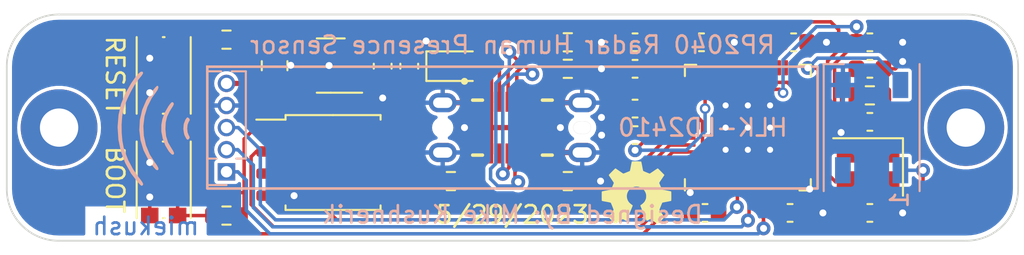
<source format=kicad_pcb>
(kicad_pcb (version 20221018) (generator pcbnew)
  (layers (0 "F.Cu" signal) (31 "B.Cu" signal) (34 "B.Paste" user) (35 "F.Paste" user) (36 "B.SilkS" user "B.Silkscreen") (37 "F.SilkS" user "F.Silkscreen") (38 "B.Mask" user) (39 "F.Mask" user) (44 "Edge.Cuts" user))
  (net 0 "")
  (net 1 "Net-(U3-XIN)")
  (net 2 "GND")
  (net 3 "Net-(C2-Pad1)")
  (net 4 "VBUS")
  (net 5 "+3V3")
  (net 6 "+1V1")
  (net 7 "PRS_OUT")
  (net 8 "UART_RX")
  (net 9 "UART_TX")
  (net 10 "QSPI_SS")
  (net 11 "Net-(R1-Pad2)")
  (net 12 "Net-(U3-XOUT)")
  (net 13 "Net-(J2-CC1)")
  (net 14 "Net-(U3-USB_DP)")
  (net 15 "USB_D+")
  (net 16 "Net-(U3-USB_DM)")
  (net 17 "Net-(U3-RUN)")
  (net 18 "/QSPI_SD1")
  (net 19 "/QSPI_SD2")
  (net 20 "/QSPI_SD0")
  (net 21 "QSPI_SCLK")
  (net 22 "/QSPI_SD3")
  (net 35 "RGB_DIN")
  (net 48 "USB_D-")
  (net 50 "Net-(J2-CC2)")
  (net 56 "Net-(D1-A)")
  (footprint "Resistor_SMD:R_0603_1608Metric" (layer "F.Cu") (at 83.6 94.9456 180)
    (fp_text reference "R2")
    (fp_text value "10K")
  )
  (footprint "Capacitor_SMD:C_0603_1608Metric" (layer "F.Cu") (at 120.4976 96.6216)
    (fp_text reference "C9")
    (fp_text value "100n")
  )
  (footprint "Capacitor_SMD:C_0603_1608Metric" (layer "F.Cu") (at 107.0316 100.4316 180)
    (fp_text reference "C6")
    (fp_text value "100n")
  )
  (footprint "MountingHole:MountingHole_2.2mm_M2_Pad" (layer "F.Cu") (at 74 100)
    (fp_text reference "H1")
    (fp_text value "MH")
  )
  (footprint "LOGO" (layer "F.Cu") (at 107.1118 103.7336)
    (fp_text reference "G***")
    (fp_text value "LOGO" hide)
  )
  (footprint "Capacitor_SMD:C_0603_1608Metric" (layer "F.Cu") (at 111.0448 104.902 180)
    (fp_text reference "C13")
    (fp_text value "100n")
  )
  (footprint "Fiducial:Fiducial_1mm_Mask2mm" (layer "F.Cu") (at 126 104.25)
    (fp_text reference "FID1")
    (fp_text value "FM")
  )
  (footprint "Button_Switch_SMD:SW_Push_1P1T_NO_CK_KMR2" (layer "F.Cu") (at 80 97 90)
    (fp_text reference "SW2")
    (fp_text value "RESET")
  )
  (footprint "Button_Switch_SMD:SW_Push_1P1T_NO_CK_KMR2" (layer "F.Cu") (at 80 103 90)
    (fp_text reference "SW1")
    (fp_text value "BOOT")
  )
  (footprint "Capacitor_SMD:C_0603_1608Metric" (layer "F.Cu") (at 115.9216 104.902)
    (fp_text reference "C15")
    (fp_text value "100n")
  )
  (footprint "Fiducial:Fiducial_1mm_Mask2mm" (layer "F.Cu") (at 74 95.75)
    (fp_text reference "FID2")
    (fp_text value "FM")
  )
  (footprint "Resistor_SMD:R_0603_1608Metric" (layer "F.Cu") (at 103.1748 95.0976)
    (fp_text reference "R4")
    (fp_text value "27")
  )
  (footprint "Resistor_SMD:R_0603_1608Metric" (layer "F.Cu") (at 83.6 105.0544 180)
    (fp_text reference "R1")
    (fp_text value "1k")
  )
  (footprint "Capacitor_SMD:C_0603_1608Metric" (layer "F.Cu") (at 120.4976 104.902)
    (fp_text reference "C1")
    (fp_text value "27p")
  )
  (footprint "Resistor_SMD:R_0603_1608Metric" (layer "F.Cu") (at 96.4692 103.0732 180)
    (fp_text reference "R6")
    (fp_text value "1K")
  )
  (footprint "Package_SO:SOIC-8_5.23x5.23mm_P1.27mm" (layer "F.Cu") (at 89.7128 102.0064)
    (fp_text reference "U1")
    (fp_text value "W25Q128JVS")
  )
  (footprint "Resistor_SMD:R_0603_1608Metric" (layer "F.Cu") (at 103.1748 103.0732 180)
    (fp_text reference "R7")
    (fp_text value "1K")
  )
  (footprint "Capacitor_SMD:C_0603_1608Metric" (layer "F.Cu") (at 110.8416 95.0976)
    (fp_text reference "C12")
    (fp_text value "100n")
  )
  (footprint "Resistor_SMD:R_0603_1608Metric" (layer "F.Cu") (at 120.4976 98.1456)
    (fp_text reference "R3")
    (fp_text value "1k")
  )
  (footprint "Resistor_SMD:R_0603_1608Metric" (layer "F.Cu") (at 103.1748 96.6216)
    (fp_text reference "R5")
    (fp_text value "27")
  )
  (footprint "Capacitor_SMD:C_0603_1608Metric" (layer "F.Cu") (at 92.5576 96.4692 -90)
    (fp_text reference "C4")
    (fp_text value "100n")
  )
  (footprint "Capacitor_SMD:C_0603_1608Metric" (layer "F.Cu") (at 107.0316 98.9076 180)
    (fp_text reference "C11")
    (fp_text value "100n")
  )
  (footprint "MountingHole:MountingHole_2.2mm_M2_Pad" (layer "F.Cu") (at 126 100)
    (fp_text reference "H2")
    (fp_text value "MH")
  )
  (footprint "Diode_SMD:D_SOD-323" (layer "F.Cu") (at 96.6724 96.4692)
    (fp_text reference "D1")
    (fp_text value "B5819")
  )
  (footprint "Capacitor_SMD:C_0603_1608Metric" (layer "F.Cu") (at 94.0816 96.4692 90)
    (fp_text reference "C3")
    (fp_text value "1u")
  )
  (footprint "Capacitor_SMD:C_0805_2012Metric" (layer "F.Cu") (at 86.36 96.4438 90)
    (fp_text reference "C8")
    (fp_text value "10u")
  )
  (footprint "Capacitor_SMD:C_0603_1608Metric" (layer "F.Cu") (at 107.0316 96.6216 180)
    (fp_text reference "C7")
    (fp_text value "1u")
  )
  (footprint "Crystal:Crystal_SMD_Abracon_ABM8G-4Pin_3.2x2.5mm" (layer "F.Cu") (at 120.396 102.2604 180)
    (fp_text reference "Y1")
    (fp_text value "12MHz")
  )
  (footprint "Capacitor_SMD:C_0603_1608Metric" (layer "F.Cu") (at 120.4976 99.6696 180)
    (fp_text reference "C2")
    (fp_text value "27p")
  )
  (footprint "rp2040-radar-presense-sensor:RP2040-QFN-56" (layer "F.Cu") (at 113.5 100 90)
    (fp_text reference "U3")
    (fp_text value "RP2040")
  )
  (footprint "Package_TO_SOT_SMD:SOT-23-5" (layer "F.Cu") (at 89.5803 96.4336 180)
    (fp_text reference "U2")
    (fp_text value "AP2112K-3.3")
  )
  (footprint "Capacitor_SMD:C_0603_1608Metric" (layer "F.Cu") (at 116.1248 95.0976)
    (fp_text reference "C14")
    (fp_text value "100n")
  )
  (footprint "rp2040-radar-presense-sensor:GCT_USB4145-03-0170-C_REVA2" (layer "F.Cu") (at 100 100)
    (fp_text reference "J2")
    (fp_text value "USB4145-03-0170-C_REVA2")
    (fp_line (start 3.85 -0.355) (end 4.15 -0.355) (stroke (width 0.01)) (layer "Edge.Cuts"))
    (fp_line (start 4.15 0.355) (end 3.85 0.355) (stroke (width 0.01)) (layer "Edge.Cuts"))
    (fp_arc (start 3.495 0) (mid 3.598977 -0.251023) (end 3.85 -0.355) (stroke (width 0.01)) (layer "Edge.Cuts"))
    (fp_arc (start 3.85 0.355) (mid 3.598977 0.251023) (end 3.495 0) (stroke (width 0.01)) (layer "Edge.Cuts"))
    (fp_arc (start 4.15 -0.355) (mid 4.401023 -0.251023) (end 4.505 0) (stroke (width 0.01)) (layer "Edge.Cuts"))
    (fp_arc (start 4.505 0) (mid 4.401023 0.251023) (end 4.15 0.355) (stroke (width 0.01)) (layer "Edge.Cuts"))
  )
  (footprint "Capacitor_SMD:C_0603_1608Metric" (layer "F.Cu") (at 120.4976 95.0976)
    (fp_text reference "C5")
    (fp_text value "100n")
  )
  (footprint "Capacitor_SMD:C_0603_1608Metric" (layer "F.Cu") (at 107.0316 95.0976 180)
    (fp_text reference "C10")
    (fp_text value "1u")
  )
  (footprint "LED_SMD:LED_WS2812B_PLCC4_5.0x5.0mm_P3.2mm" (layer "B.Cu") (at 120.6 100 90)
    (fp_text reference "D2")
    (fp_text value "WS2812B")
  )
  (footprint "Connector_PinHeader_1.27mm:PinHeader_1x05_P1.27mm_Vertical" (layer "B.Cu") (at 83.6 102.54)
    (fp_text reference "J1")
    (fp_text value "HLK-LD2410")
  )
  (footprint "LOGO" (layer "B.Cu") (at 79.5 100 180)
    (fp_text reference "G***")
    (fp_text value "LOGO" hide)
  )
  (gr_rect (start 82.5 96.5) (end 117.5 103.5) (stroke (width 0.15)) (fill none) (layer "B.SilkS"))
  (gr_arc (start 126 93.5) (mid 128.127255 94.372745) (end 129 96.5) (stroke (width 0.1)) (layer "Edge.Cuts"))
  (gr_line (start 74 93.5) (end 126 93.5) (stroke (width 0.1)) (layer "Edge.Cuts"))
  (gr_line (start 71 103.5) (end 71 96.5) (stroke (width 0.1)) (layer "Edge.Cuts"))
  (gr_arc (start 129 103.5) (mid 128.127255 105.627255) (end 126 106.5) (stroke (width 0.1)) (layer "Edge.Cuts"))
  (gr_arc (start 71 96.5) (mid 71.872745 94.372745) (end 74 93.5) (stroke (width 0.1)) (layer "Edge.Cuts"))
  (gr_arc (start 74 106.5) (mid 71.872745 105.627255) (end 71 103.5) (stroke (width 0.1)) (layer "Edge.Cuts"))
  (gr_line (start 126 106.5) (end 74 106.5) (stroke (width 0.1)) (layer "Edge.Cuts"))
  (gr_line (start 129 96.5) (end 129 103.5) (stroke (width 0.1)) (layer "Edge.Cuts"))
  (gr_text "miekush" (at 82.1182 106.2482) (layer "B.Cu") (effects (font (size 1 1)) (justify left bottom mirror)))
  (gr_text "HLK-LD2410" (at 115.8748 100) (layer "B.SilkS") (effects (font (size 1 1)) (justify left mirror)))
  (gr_text "RP2040 Radar Human Presence Sensor" (at 100 95.25) (layer "B.SilkS") (effects (font (size 1 1)) (justify mirror)))
  (gr_text "Designed By: Mike Kushnerik" (at 100 105) (layer "B.SilkS") (effects (font (size 1 1)) (justify mirror)))
  (gr_text "5/29/2023" (at 100 105) (layer "F.SilkS") (effects (font (size 1 1))))
  (segment (start 118.2052 102.7874) (end 118.5282 103.1104) (width 0.2) (layer "F.Cu") (net 1))
  (segment (start 118.5282 103.1104) (end 119.296 103.1104) (width 0.2) (layer "F.Cu") (net 1))
  (segment (start 116.9375 100.6) (end 117.7958 100.6) (width 0.2) (layer "F.Cu") (net 1))
  (segment (start 117.7958 100.6) (end 118.2052 101.0094) (width 0.2) (layer "F.Cu") (net 1))
  (segment (start 119.7226 103.537) (end 119.296 103.1104) (width 0.2) (layer "F.Cu") (net 1))
  (segment (start 119.7226 104.902) (end 119.7226 103.537) (width 0.2) (layer "F.Cu") (net 1))
  (segment (start 118.2052 101.0094) (end 118.2052 102.7874) (width 0.2) (layer "F.Cu") (net 1))
  (segment (start 105.11251 100.434692) (end 106.253508 100.434692) (width 0.2) (layer "F.Cu") (net 2))
  (segment (start 97.2312 100.0252) (end 97.25 100.0064) (width 0.2) (layer "F.Cu") (net 2))
  (segment (start 121.2726 96.6216) (end 121.956098 96.6216) (width 0.2) (layer "F.Cu") (net 2))
  (segment (start 86.1128 103.9114) (end 87.4776 103.9114) (width 0.2) (layer "F.Cu") (net 2))
  (segment (start 117.8052 101.175086) (end 117.630114 101) (width 0.2) (layer "F.Cu") (net 2))
  (segment (start 94.247 95.6942) (end 94.9191 95.0221) (width 0.3) (layer "F.Cu") (net 2))
  (segment (start 118.845922 100.960322) (end 119.296 101.4104) (width 0.2) (layer "F.Cu") (net 2))
  (segment (start 96 102.7174) (end 96 101.43) (width 0.2) (layer "F.Cu") (net 2))
  (segment (start 121.496 103.1104) (end 121.2726 103.3338) (width 0.2) (layer "F.Cu") (net 2))
  (segment (start 117.0432 103.5304) (end 117.8052 102.7684) (width 0.2) (layer "F.Cu") (net 2))
  (segment (start 102.7684 99.9744) (end 102.75 99.956) (width 0.2) (layer "F.Cu") (net 2))
  (segment (start 96 101.43) (end 97.195 101.43) (width 0.2) (layer "F.Cu") (net 2))
  (segment (start 121.2726 104.902) (end 122.3772 104.902) (width 0.2) (layer "F.Cu") (net 2))
  (segment (start 96 98.57) (end 97.195 98.57) (width 0.3) (layer "F.Cu") (net 2))
  (segment (start 106.253508 100.434692) (end 106.2566 100.4316) (width 0.2) (layer "F.Cu") (net 2))
  (segment (start 116.6966 104.902) (end 117.8052 104.902) (width 0.2) (layer "F.Cu") (net 2))
  (segment (start 110.1923 104.8245) (end 110.2698 104.902) (width 0.2) (layer "F.Cu") (net 2))
  (segment (start 104 98.57) (end 102.805 98.57) (width 0.3) (layer "F.Cu") (net 2))
  (segment (start 121.956098 96.6216) (end 122.3772 96.200498) (width 0.2) (layer "F.Cu") (net 2))
  (segment (start 102.75 98.515) (end 102.75 101.485) (width 0.3) (layer "F.Cu") (net 2))
  (segment (start 97.25 100.044) (end 97.2312 100.0252) (width 0.2) (layer "F.Cu") (net 2))
  (segment (start 105.7486 99.4156) (end 106.2566 98.9076) (width 0.2) (layer "F.Cu") (net 2))
  (segment (start 111.6166 95.0976) (end 112.7252 95.0976) (width 0.2) (layer "F.Cu") (net 2))
  (segment (start 94.9191 95.0221) (end 95.0468 95.0221) (width 0.3) (layer "F.Cu") (net 2))
  (segment (start 117.8052 102.7684) (end 117.8052 101.175086) (width 0.2) (layer "F.Cu") (net 2))
  (segment (start 102.805 101.43) (end 102.75 101.485) (width 0.3) (layer "F.Cu") (net 2))
  (segment (start 89.4834 96.4336) (end 90.7178 96.4336) (width 0.3) (layer "F.Cu") (net 2))
  (segment (start 97.195 101.43) (end 97.25 101.485) (width 0.2) (layer "F.Cu") (net 2))
  (segment (start 121.2726 103.3338) (end 121.2726 104.902) (width 0.2) (layer "F.Cu") (net 2))
  (segment (start 79.2 97.9932) (end 79.2 99.05) (width 0.2) (layer "F.Cu") (net 2))
  (segment (start 121.2726 95.0976) (end 122.3772 95.0976) (width 0.2) (layer "F.Cu") (net 2))
  (segment (start 102.75 99.9928) (end 102.7684 99.9744) (width 0.2) (layer "F.Cu") (net 2))
  (segment (start 117.630114 101) (end 116.9375 101) (width 0.2) (layer "F.Cu") (net 2))
  (segment (start 104 101.43) (end 102.805 101.43) (width 0.3) (layer "F.Cu") (net 2))
  (segment (start 79.2 103.9876) (end 79.2 105.05) (width 0.2) (layer "F.Cu") (net 2))
  (segment (start 94.0816 95.6942) (end 94.247 95.6942) (width 0.3) (layer "F.Cu") (net 2))
  (segment (start 95.6442 103.0732) (end 96 102.7174) (width 0.2) (layer "F.Cu") (net 2))
  (segment (start 103.9998 103.0732) (end 105.0544 103.0732) (width 0.2) (layer "F.Cu") (net 2))
  (segment (start 79.2 96.012) (end 79.2 94.95) (width 0.2) (layer "F.Cu") (net 2))
  (segment (start 119.454844 99.6696) (end 119.7226 99.6696) (width 0.2) (layer "F.Cu") (net 2))
  (segment (start 116.8998 95.0976) (end 118.0084 95.0976) (width 0.2) (layer "F.Cu") (net 2))
  (segment (start 118.845922 100.278522) (end 118.845922 100.960322) (width 0.2) (layer "F.Cu") (net 2))
  (segment (start 118.845922 100.278522) (end 119.454844 99.6696) (width 0.2) (layer "F.Cu") (net 2))
  (segment (start 97.25 98.515) (end 97.25 101.485) (width 0.3) (layer "F.Cu") (net 2))
  (segment (start 97.195 98.57) (end 97.25 98.515) (width 0.3) (layer "F.Cu") (net 2))
  (segment (start 92.5576 98.298) (end 92.5576 97.2442) (width 0.2) (layer "F.Cu") (net 2))
  (segment (start 105.1052 96.618835) (end 106.253835 96.618835) (width 0.2) (layer "F.Cu") (net 2))
  (segment (start 105.1052 95.0976) (end 106.2566 95.0976) (width 0.2) (layer "F.Cu") (net 2))
  (segment (start 102.805 98.57) (end 102.75 98.515) (width 0.3) (layer "F.Cu") (net 2))
  (segment (start 110.1923 103.7336) (end 110.1923 104.8245) (width 0.2) (layer "F.Cu") (net 2))
  (segment (start 106.253835 96.618835) (end 106.2566 96.6216) (width 0.2) (layer "F.Cu") (net 2))
  (segment (start 105.1052 99.4156) (end 105.7486 99.4156) (width 0.2) (layer "F.Cu") (net 2))
  (segment (start 87.2846 96.4184) (end 86.36 95.4938) (width 0.3) (layer "F.Cu") (net 2))
  (segment (start 79.2 102.0064) (end 79.2 100.95) (width 0.2) (layer "F.Cu") (net 2))
  (via (at 110.1923 103.7336) (size 0.8) (drill 0.4) (layers "F.Cu" "B.Cu") (net 2))
  (via (at 79.2 102.0064) (size 0.8) (drill 0.4) (layers "F.Cu" "B.Cu") (net 2))
  (via (at 105.1052 95.0976) (size 0.8) (drill 0.4) (layers "F.Cu" "B.Cu") (net 2))
  (via (at 102.75 100) (size 0.8) (drill 0.4) (layers "F.Cu" "B.Cu") (net 2))
  (via (at 79.2 96.012) (size 0.8) (drill 0.4) (layers "F.Cu" "B.Cu") (net 2))
  (via (at 92.5576 98.298) (size 0.8) (drill 0.4) (layers "F.Cu" "B.Cu") (net 2))
  (via (at 87.4776 103.9114) (size 0.8) (drill 0.4) (layers "F.Cu" "B.Cu") (net 2))
  (via (at 112.7252 95.0976) (size 0.8) (drill 0.4) (layers "F.Cu" "B.Cu") (net 2))
  (via (at 87.2846 96.4184) (size 0.8) (drill 0.4) (layers "F.Cu" "B.Cu") (net 2))
  (via (at 105.0544 103.0732) (size 0.8) (drill 0.4) (layers "F.Cu" "B.Cu") (net 2))
  (via (at 118.0084 95.0976) (size 0.8) (drill 0.4) (layers "F.Cu" "B.Cu") (net 2))
  (via (at 122.3772 104.902) (size 0.8) (drill 0.4) (layers "F.Cu" "B.Cu") (net 2))
  (via (at 97.25 100) (size 0.8) (drill 0.4) (layers "F.Cu" "B.Cu") (net 2))
  (via (at 122.3772 95.0976) (size 0.8) (drill 0.4) (layers "F.Cu" "B.Cu") (net 2))
  (via (at 105.1052 99.4156) (size 0.8) (drill 0.4) (layers "F.Cu" "B.Cu") (net 2))
  (via (at 122.3772 96.200498) (size 0.8) (drill 0.4) (layers "F.Cu" "B.Cu") (net 2))
  (via (at 95.0468 95.0221) (size 0.8) (drill 0.4) (layers "F.Cu" "B.Cu") (net 2))
  (via (at 117.0432 103.5304) (size 0.8) (drill 0.4) (layers "F.Cu" "B.Cu") (net 2))
  (via (at 117.8052 104.902) (size 0.8) (drill 0.4) (layers "F.Cu" "B.Cu") (net 2))
  (via (at 105.1052 96.618835) (size 0.8) (drill 0.4) (layers "F.Cu" "B.Cu") (net 2))
  (via (at 79.2 103.9876) (size 0.8) (drill 0.4) (layers "F.Cu" "B.Cu") (net 2))
  (via (at 79.2 97.9932) (size 0.8) (drill 0.4) (layers "F.Cu" "B.Cu") (net 2))
  (via (at 105.11251 100.434692) (size 0.8) (drill 0.4) (layers "F.Cu" "B.Cu") (net 2))
  (via (at 118.845922 100.278522) (size 0.8) (drill 0.4) (layers "F.Cu" "B.Cu") (net 2))
  (via (at 89.4834 96.4336) (size 0.8) (drill 0.4) (layers "F.Cu" "B.Cu") (net 2))
  (segment (start 121.3226 98.1456) (end 121.3226 99.6196) (width 0.2) (layer "F.Cu") (net 3))
  (segment (start 121.2726 101.187) (end 121.496 101.4104) (width 0.2) (layer "F.Cu") (net 3))
  (segment (start 121.2726 99.6696) (end 121.2726 101.187) (width 0.2) (layer "F.Cu") (net 3))
  (segment (start 121.3226 99.6196) (end 121.2726 99.6696) (width 0.2) (layer "F.Cu") (net 3))
  (segment (start 90.7178 95.4836) (end 91.4196 95.4836) (width 0.2) (layer "F.Cu") (net 4))
  (segment (start 91.6803 95.7443) (end 91.6803 97.1433) (width 0.2) (layer "F.Cu") (net 4))
  (segment (start 93.1672 99.1108) (end 94.0816 98.1964) (width 0.3) (layer "F.Cu") (net 4))
  (segment (start 90.7796 99.1108) (end 93.1672 99.1108) (width 0.3) (layer "F.Cu") (net 4))
  (segment (start 83.6 97.46) (end 84.561 97.46) (width 0.3) (layer "F.Cu") (net 4))
  (segment (start 84.561 97.46) (end 86.2118 99.1108) (width 0.3) (layer "F.Cu") (net 4))
  (segment (start 91.4196 95.4836) (end 91.6803 95.7443) (width 0.2) (layer "F.Cu") (net 4))
  (segment (start 91.44 97.3836) (end 90.7178 97.3836) (width 0.2) (layer "F.Cu") (net 4))
  (segment (start 91.6803 97.1433) (end 91.44 97.3836) (width 0.2) (layer "F.Cu") (net 4))
  (segment (start 86.2118 99.1108) (end 90.7796 99.1108) (width 0.3) (layer "F.Cu") (net 4))
  (segment (start 94.0816 98.1964) (end 94.0816 97.2442) (width 0.3) (layer "F.Cu") (net 4))
  (segment (start 90.7178 99.049) (end 90.7178 97.3836) (width 0.3) (layer "F.Cu") (net 4))
  (segment (start 90.7796 99.1108) (end 90.7178 99.049) (width 0.3) (layer "F.Cu") (net 4))
  (segment (start 94.0816 97.2442) (end 94.8566 96.4692) (width 0.3) (layer "F.Cu") (net 4))
  (segment (start 94.8566 96.4692) (end 95.6224 96.4692) (width 0.3) (layer "F.Cu") (net 4))
  (segment (start 110.0625 99.8) (end 109.1432 99.8) (width 0.2) (layer "F.Cu") (net 5))
  (segment (start 114.5 104.2554) (end 114.5 103.4375) (width 0.2) (layer "F.Cu") (net 5))
  (segment (start 109.653058 97.8) (end 108.9152 97.062142) (width 0.2) (layer "F.Cu") (net 5))
  (segment (start 96.4692 96.5708) (end 94.6404 98.3996) (width 0.2) (layer "F.Cu") (net 5))
  (segment (start 114.5 96.5625) (end 114.5 97.3968) (width 0.2) (layer "F.Cu") (net 5))
  (segment (start 110.9 96.5625) (end 110.9 97.3964) (width 0.2) (layer "F.Cu") (net 5))
  (segment (start 111.8198 104.902) (end 110.9 103.9822) (width 0.2) (layer "F.Cu") (net 5))
  (segment (start 88.4428 97.3836) (end 86.3702 97.3836) (width 0.2) (layer "F.Cu") (net 5))
  (segment (start 114.5032 102.7) (end 110.9332 102.7) (width 0.2) (layer "F.Cu") (net 5))
  (segment (start 108.9152 94.8436) (end 108.3942 94.3226) (width 0.2) (layer "F.Cu") (net 5))
  (segment (start 84.4254 94.9452) (end 84.425 94.9456) (width 0.2) (layer "F.Cu") (net 5))
  (segment (start 110.9 97.3964) (end 110.8964 97.4) (width 0.2) (layer "F.Cu") (net 5))
  (segment (start 96.4692 94.3226) (end 96.4692 96.5708) (width 0.2) (layer "F.Cu") (net 5))
  (segment (start 114.5 95.9474) (end 115.3498 95.0976) (width 0.2) (layer "F.Cu") (net 5))
  (segment (start 110.9 96.5625) (end 110.9 95.931) (width 0.2) (layer "F.Cu") (net 5))
  (segment (start 110.9 103.4375) (end 110.9 102.6668) (width 0.2) (layer "F.Cu") (net 5))
  (segment (start 116.9375 99.8) (end 117.769514 99.8) (width 0.2) (layer "F.Cu") (net 5))
  (segment (start 86.36 97.3938) (end 85.5574 97.3938) (width 0.2) (layer "F.Cu") (net 5))
  (segment (start 96.4692 94.3226) (end 92.5576 94.3226) (width 0.2) (layer "F.Cu") (net 5))
  (segment (start 115.768229 97.4) (end 116.2 97.831771) (width 0.2) (layer "F.Cu") (net 5))
  (segment (start 114.5 102.7032) (end 114.5032 102.7) (width 0.2) (layer "F.Cu") (net 5))
  (segment (start 110.0625 99.4) (end 108.990314 99.4) (width 0.2) (layer "F.Cu") (net 5))
  (segment (start 108.9152 97.062142) (end 108.9152 95.0976) (width 0.2) (layer "F.Cu") (net 5))
  (segment (start 115.6892 102.7) (end 114.5032 102.7) (width 0.2) (layer "F.Cu") (net 5))
  (segment (start 85.2424 94.9452) (end 84.4254 94.9452) (width 0.2) (layer "F.Cu") (net 5))
  (segment (start 118.875 97.4692) (end 119.7226 96.6216) (width 0.2) (layer "F.Cu") (net 5))
  (segment (start 108.990314 99.647114) (end 108.990314 99.4) (width 0.2) (layer "F.Cu") (net 5))
  (segment (start 85.5574 97.3938) (end 85.2424 97.0788) (width 0.2) (layer "F.Cu") (net 5))
  (segment (start 117.769514 99.8) (end 118.875 98.694514) (width 0.2) (layer "F.Cu") (net 5))
  (segment (start 115.1466 104.902) (end 114.5 104.2554) (width 0.2) (layer "F.Cu") (net 5))
  (segment (start 110.9 103.9822) (end 110.9 103.4375) (width 0.2) (layer "F.Cu") (net 5))
  (segment (start 123.5456 104.8512) (end 122.5296 105.8672) (width 0.2) (layer "F.Cu") (net 5))
  (segment (start 110.0625 97.8) (end 109.653058 97.8) (width 0.2) (layer "F.Cu") (net 5))
  (segment (start 110.8964 97.5868) (end 110.8964 97.4) (width 0.2) (layer "F.Cu") (net 5))
  (segment (start 92.5576 95.6942) (end 92.5576 94.3226) (width 0.2) (layer "F.Cu") (net 5))
  (segment (start 116.1118 105.8672) (end 115.1466 104.902) (width 0.2) (layer "F.Cu") (net 5))
  (segment (start 85.2424 94.9452) (end 85.865 94.3226) (width 0.2) (layer "F.Cu") (net 5))
  (segment (start 108.9152 95.0976) (end 107.8066 95.0976) (width 0.2) (layer "F.Cu") (net 5))
  (segment (start 110.9332 102.7) (end 110.9 102.6668) (width 0.2) (layer "F.Cu") (net 5))
  (segment (start 94.2086 100.1014) (end 93.3128 100.1014) (width 0.2) (layer "F.Cu") (net 5))
  (segment (start 116.2 99.822) (end 116.2 102.1892) (width 0.2) (layer "F.Cu") (net 5))
  (segment (start 110.0625 97.4) (end 110.8964 97.4) (width 0.2) (layer "F.Cu") (net 5))
  (segment (start 94.6404 98.3996) (end 94.6404 99.6696) (width 0.2) (layer "F.Cu") (net 5))
  (segment (start 114.5 96.5625) (end 114.5 95.9474) (width 0.2) (layer "F.Cu") (net 5))
  (segment (start 110.9 99.6732) (end 110.6268 99.4) (width 0.2) (layer "F.Cu") (net 5))
  (segment (start 110.6832 97.8) (end 110.8964 97.5868) (width 0.2) (layer "F.Cu") (net 5))
  (segment (start 110.9 95.931) (end 110.0666 95.0976) (width 0.2) (layer "F.Cu") (net 5))
  (segment (start 110.0625 97.8) (end 110.6832 97.8) (width 0.2) (layer "F.Cu") (net 5))
  (segment (start 108.3942 94.3226) (end 96.4692 94.3226) (width 0.2) (layer "F.Cu") (net 5))
  (segment (start 122.5296 105.8672) (end 116.1118 105.8672) (width 0.2) (layer "F.Cu") (net 5))
  (segment (start 116.9375 99.8) (end 116.222 99.8) (width 0.2) (layer "F.Cu") (net 5))
  (segment (start 110.8964 97.4) (end 114.5032 97.4) (width 0.2) (layer "F.Cu") (net 5))
  (segment (start 109.1432 99.8) (end 108.990314 99.647114) (width 0.2) (layer "F.Cu") (net 5))
  (segment (start 114.5032 97.4) (end 115.768229 97.4) (width 0.2) (layer "F.Cu") (net 5))
  (segment (start 85.865 94.3226) (end 92.5576 94.3226) (width 0.2) (layer "F.Cu") (net 5))
  (segment (start 108.990314 99.4) (end 108.497914 98.9076) (width 0.2) (layer "F.Cu") (net 5))
  (segment (start 110.6268 99.4) (end 110.0625 99.4) (width 0.2) (layer "F.Cu") (net 5))
  (segment (start 108.9152 95.0976) (end 108.9152 94.8436) (width 0.2) (layer "F.Cu") (net 5))
  (segment (start 116.2 97.831771) (end 116.2 99.822) (width 0.2) (layer "F.Cu") (net 5))
  (segment (start 118.875 98.694514) (end 118.875 97.4692) (width 0.2) (layer "F.Cu") (net 5))
  (segment (start 110.9 102.6668) (end 110.9 99.6732) (width 0.2) (layer "F.Cu") (net 5))
  (segment (start 114.5 97.3968) (end 114.5032 97.4) (width 0.2) (layer "F.Cu") (net 5))
  (segment (start 123.5456 102.45) (end 123.5456 104.8512) (width 0.2) (layer "F.Cu") (net 5))
  (segment (start 85.2424 97.0788) (end 85.2424 94.9452) (width 0.2) (layer "F.Cu") (net 5))
  (segment (start 116.222 99.8) (end 116.2 99.822) (width 0.2) (layer "F.Cu") (net 5))
  (segment (start 94.6404 99.6696) (end 94.2086 100.1014) (width 0.2) (layer "F.Cu") (net 5))
  (segment (start 108.497914 98.9076) (end 107.8066 98.9076) (width 0.2) (layer "F.Cu") (net 5))
  (segment (start 114.5 103.4375) (end 114.5 102.7032) (width 0.2) (layer "F.Cu") (net 5))
  (segment (start 116.2 102.1892) (end 115.6892 102.7) (width 0.2) (layer "F.Cu") (net 5))
  (segment (start 86.3702 97.3836) (end 86.36 97.3938) (width 0.2) (layer "F.Cu") (net 5))
  (via (at 123.5456 102.45) (size 0.8) (drill 0.4) (layers "F.Cu" "B.Cu") (net 5))
  (segment (start 122.25 102.45) (end 123.5456 102.45) (width 0.2) (layer "B.Cu") (net 5))
  (segment (start 118.475 96.339686) (end 118.475 98.528828) (width 0.2) (layer "F.Cu") (net 6))
  (segment (start 117.603828 99.4) (end 116.9375 99.4) (width 0.2) (layer "F.Cu") (net 6))
  (segment (start 107.8066 100.5242) (end 107.8066 100.4316) (width 0.2) (layer "F.Cu") (net 6))
  (segment (start 107.03175 101.29905) (end 107.8066 100.5242) (width 0.2) (layer "F.Cu") (net 6))
  (segment (start 110.0625 98.2) (end 111.0452 98.2) (width 0.2) (layer "F.Cu") (net 6))
  (segment (start 107.908972 96.6216) (end 107.8066 96.6216) (width 0.2) (layer "F.Cu") (net 6))
  (segment (start 119.7226 94.2125) (end 119.7226 95.0976) (width 0.2) (layer "F.Cu") (net 6))
  (segment (start 111.0452 98.2) (end 111.4452 97.8) (width 0.2) (layer "F.Cu") (net 6))
  (segment (start 108.6348 100.2) (end 108.4032 100.4316) (width 0.2) (layer "F.Cu") (net 6))
  (segment (start 109.487372 98.2) (end 107.908972 96.6216) (width 0.2) (layer "F.Cu") (net 6))
  (segment (start 119.7356 94.1995) (end 119.7226 94.2125) (width 0.2) (layer "F.Cu") (net 6))
  (segment (start 111.0488 98.2036) (end 111.0452 98.2) (width 0.2) (layer "F.Cu") (net 6))
  (segment (start 108.4032 100.4316) (end 107.8066 100.4316) (width 0.2) (layer "F.Cu") (net 6))
  (segment (start 110.0625 98.2) (end 109.487372 98.2) (width 0.2) (layer "F.Cu") (net 6))
  (segment (start 111.0488 98.9076) (end 111.0488 98.2036) (width 0.2) (layer "F.Cu") (net 6))
  (segment (start 119.7356 95.079086) (end 118.475 96.339686) (width 0.2) (layer "F.Cu") (net 6))
  (segment (start 118.475 98.528828) (end 117.603828 99.4) (width 0.2) (layer "F.Cu") (net 6))
  (segment (start 115.3197 97.8) (end 115.5192 97.9995) (width 0.2) (layer "F.Cu") (net 6))
  (segment (start 111.4452 97.8) (end 115.3197 97.8) (width 0.2) (layer "F.Cu") (net 6))
  (segment (start 119.7356 94.1995) (end 119.7356 95.079086) (width 0.2) (layer "F.Cu") (net 6))
  (segment (start 110.0625 100.2) (end 108.6348 100.2) (width 0.2) (layer "F.Cu") (net 6))
  (via (at 111.0488 98.9076) (size 0.6) (drill 0.35) (layers "F.Cu" "B.Cu") (net 6))
  (via (at 107.03175 101.29905) (size 0.8) (drill 0.4) (layers "F.Cu" "B.Cu") (net 6))
  (via (at 119.7356 94.1995) (size 0.8) (drill 0.4) (layers "F.Cu" "B.Cu") (net 6))
  (via (at 115.5192 97.9995) (size 0.6) (drill 0.35) (layers "F.Cu" "B.Cu") (net 6))
  (segment (start 115.5192 96.1136) (end 115.5192 97.9995) (width 0.2) (layer "B.Cu") (net 6))
  (segment (start 107.03175 101.29905) (end 109.97815 101.29905) (width 0.2) (layer "B.Cu") (net 6))
  (segment (start 109.97815 101.29905) (end 111.0488 100.2284) (width 0.2) (layer "B.Cu") (net 6))
  (segment (start 117.4333 94.1995) (end 115.5192 96.1136) (width 0.2) (layer "B.Cu") (net 6))
  (segment (start 119.7356 94.1995) (end 117.4333 94.1995) (width 0.2) (layer "B.Cu") (net 6))
  (segment (start 111.0488 100.2284) (end 111.0488 98.9076) (width 0.2) (layer "B.Cu") (net 6))
  (segment (start 114.399875 105.79044) (end 114.399875 105.372737) (width 0.2) (layer "F.Cu") (net 7))
  (segment (start 114.399875 105.372737) (end 114.3966 105.369462) (width 0.2) (layer "F.Cu") (net 7))
  (segment (start 114.1 104.9052) (end 114.1 103.4375) (width 0.2) (layer "F.Cu") (net 7))
  (segment (start 114.3966 105.2018) (end 114.1 104.9052) (width 0.2) (layer "F.Cu") (net 7))
  (segment (start 114.3966 105.369462) (end 114.3966 105.2018) (width 0.2) (layer "F.Cu") (net 7))
  (via (at 114.399875 105.79044) (size 0.8) (drill 0.4) (layers "F.Cu" "B.Cu") (net 7))
  (segment (start 84.7408 103.0288) (end 84.7408 104.756) (width 0.2) (layer "B.Cu") (net 7))
  (segment (start 84.252 102.54) (end 84.7408 103.0288) (width 0.2) (layer "B.Cu") (net 7))
  (segment (start 86.0848 106.1) (end 114.090315 106.1) (width 0.2) (layer "B.Cu") (net 7))
  (segment (start 114.090315 106.1) (end 114.399875 105.79044) (width 0.2) (layer "B.Cu") (net 7))
  (segment (start 83.6 102.54) (end 84.252 102.54) (width 0.2) (layer "B.Cu") (net 7))
  (segment (start 84.7408 104.756) (end 86.0848 106.1) (width 0.2) (layer "B.Cu") (net 7))
  (segment (start 113.3 104.001446) (end 113.3 103.4375) (width 0.2) (layer "F.Cu") (net 8))
  (segment (start 113.507128 105.331117) (end 113.569786 105.268459) (width 0.2) (layer "F.Cu") (net 8))
  (segment (start 113.569786 104.271232) (end 113.3 104.001446) (width 0.2) (layer "F.Cu") (net 8))
  (segment (start 113.569786 105.268459) (end 113.569786 104.271232) (width 0.2) (layer "F.Cu") (net 8))
  (via (at 113.507128 105.331117) (size 0.8) (drill 0.4) (layers "F.Cu" "B.Cu") (net 8))
  (segment (start 85.1408 102.1588) (end 85.1408 104.590314) (width 0.2) (layer "B.Cu") (net 8))
  (segment (start 86.250486 105.7) (end 113.138245 105.7) (width 0.2) (layer "B.Cu") (net 8))
  (segment (start 83.6 101.27) (end 84.252 101.27) (width 0.2) (layer "B.Cu") (net 8))
  (segment (start 84.252 101.27) (end 85.1408 102.1588) (width 0.2) (layer "B.Cu") (net 8))
  (segment (start 113.138245 105.7) (end 113.507128 105.331117) (width 0.2) (layer "B.Cu") (net 8))
  (segment (start 85.1408 104.590314) (end 86.250486 105.7) (width 0.2) (layer "B.Cu") (net 8))
  (segment (start 112.869786 104.561182) (end 112.9 104.530968) (width 0.2) (layer "F.Cu") (net 9))
  (segment (start 112.9 104.530968) (end 112.9 103.4375) (width 0.2) (layer "F.Cu") (net 9))
  (via (at 112.869786 104.561182) (size 0.8) (drill 0.4) (layers "F.Cu" "B.Cu") (net 9))
  (segment (start 85.5408 104.424628) (end 86.416172 105.3) (width 0.2) (layer "B.Cu") (net 9))
  (segment (start 84.2774 100) (end 85.5408 101.2634) (width 0.2) (layer "B.Cu") (net 9))
  (segment (start 85.5408 101.2634) (end 85.5408 104.424628) (width 0.2) (layer "B.Cu") (net 9))
  (segment (start 83.6 100) (end 84.2774 100) (width 0.2) (layer "B.Cu") (net 9))
  (segment (start 112.130968 105.3) (end 112.869786 104.561182) (width 0.2) (layer "B.Cu") (net 9))
  (segment (start 86.416172 105.3) (end 112.130968 105.3) (width 0.2) (layer "B.Cu") (net 9))
  (segment (start 82.296 103.0732) (end 82.296 96.2152) (width 0.2) (layer "F.Cu") (net 10))
  (segment (start 110.0625 102.6) (end 109.689201 102.6) (width 0.2) (layer "F.Cu") (net 10))
  (segment (start 109.689201 102.6) (end 109.4928 102.796401) (width 0.2) (layer "F.Cu") (net 10))
  (segment (start 84.6128 103.7336) (end 82.9564 103.7336) (width 0.2) (layer "F.Cu") (net 10))
  (segment (start 84.6128 103.7336) (end 84.6128 104.8666) (width 0.2) (layer "F.Cu") (net 10))
  (segment (start 109.4928 104.1172) (end 107.51 106.1) (width 0.2) (layer "F.Cu") (net 10))
  (segment (start 84.6128 104.8666) (end 84.425 105.0544) (width 0.2) (layer "F.Cu") (net 10))
  (segment (start 85.4706 106.1) (end 84.425 105.0544) (width 0.2) (layer "F.Cu") (net 10))
  (segment (start 82.775 95.7362) (end 82.775 94.9456) (width 0.2) (layer "F.Cu") (net 10))
  (segment (start 84.6128 100.6548) (end 84.6128 103.7336) (width 0.2) (layer "F.Cu") (net 10))
  (segment (start 85.1662 100.1014) (end 86.1128 100.1014) (width 0.2) (layer "F.Cu") (net 10))
  (segment (start 82.9564 103.7336) (end 82.296 103.0732) (width 0.2) (layer "F.Cu") (net 10))
  (segment (start 107.51 106.1) (end 85.4706 106.1) (width 0.2) (layer "F.Cu") (net 10))
  (segment (start 82.296 96.2152) (end 82.775 95.7362) (width 0.2) (layer "F.Cu") (net 10))
  (segment (start 109.4928 102.796401) (end 109.4928 104.1172) (width 0.2) (layer "F.Cu") (net 10))
  (segment (start 84.6128 100.6548) (end 85.1662 100.1014) (width 0.2) (layer "F.Cu") (net 10))
  (segment (start 82.775 105.0544) (end 80.8044 105.0544) (width 0.2) (layer "F.Cu") (net 11))
  (segment (start 80.8 100.95) (end 80.8 105.05) (width 0.2) (layer "F.Cu") (net 11))
  (segment (start 80.8044 105.0544) (end 80.8 105.05) (width 0.2) (layer "F.Cu") (net 11))
  (segment (start 119.3726 98.7626) (end 119.3726 98.4456) (width 0.2) (layer "F.Cu") (net 12))
  (segment (start 117.9352 100.2) (end 119.3726 98.7626) (width 0.2) (layer "F.Cu") (net 12))
  (segment (start 116.9375 100.2) (end 117.9352 100.2) (width 0.2) (layer "F.Cu") (net 12))
  (segment (start 119.3726 98.4456) (end 119.6726 98.1456) (width 0.2) (layer "F.Cu") (net 12))
  (segment (start 96.9772 96.8248) (end 96.9772 96.146118) (width 0.2) (layer "F.Cu") (net 13))
  (segment (start 99.25 96.7608) (end 99.25 98.515) (width 0.2) (layer "F.Cu") (net 13))
  (segment (start 96.9772 96.146118) (end 97.365318 95.758) (width 0.2) (layer "F.Cu") (net 13))
  (segment (start 97.2942 103.0732) (end 97.9932 102.3742) (width 0.2) (layer "F.Cu") (net 13))
  (segment (start 97.9932 97.8408) (end 96.9772 96.8248) (width 0.2) (layer "F.Cu") (net 13))
  (segment (start 97.9932 102.3742) (end 97.9932 97.8408) (width 0.2) (layer "F.Cu") (net 13))
  (segment (start 97.365318 95.758) (end 98.2472 95.758) (width 0.2) (layer "F.Cu") (net 13))
  (segment (start 98.2472 95.758) (end 99.25 96.7608) (width 0.2) (layer "F.Cu") (net 13))
  (segment (start 109.156 99) (end 108.1492 97.9932) (width 0.2) (layer "F.Cu") (net 14))
  (segment (start 103.1748 96.978707) (end 103.1748 96.012) (width 0.2) (layer "F.Cu") (net 14))
  (segment (start 104.298514 97.3966) (end 103.592693 97.3966) (width 0.2) (layer "F.Cu") (net 14))
  (segment (start 108.1492 97.9932) (end 104.895114 97.9932) (width 0.2) (layer "F.Cu") (net 14))
  (segment (start 104.895114 97.9932) (end 104.298514 97.3966) (width 0.2) (layer "F.Cu") (net 14))
  (segment (start 110.0625 99) (end 109.156 99) (width 0.2) (layer "F.Cu") (net 14))
  (segment (start 103.1748 96.012) (end 103.9998 95.187) (width 0.2) (layer "F.Cu") (net 14))
  (segment (start 103.9998 95.187) (end 103.9998 95.0976) (width 0.2) (layer "F.Cu") (net 14))
  (segment (start 103.592693 97.3966) (end 103.1748 96.978707) (width 0.2) (layer "F.Cu") (net 14))
  (segment (start 100.145916 102.939916) (end 100.33 103.124) (width 0.2) (layer "F.Cu") (net 15))
  (segment (start 100.25 101.485) (end 100.25 102.419343) (width 0.2) (layer "F.Cu") (net 15))
  (segment (start 100.145916 102.523427) (end 100.145916 102.939916) (width 0.2) (layer "F.Cu") (net 15))
  (segment (start 100.33 96.1644) (end 100.838 95.6564) (width 0.2) (layer "F.Cu") (net 15))
  (segment (start 99.75 96.7444) (end 100.33 96.1644) (width 0.2) (layer "F.Cu") (net 15))
  (segment (start 99.822 95.6564) (end 100.33 96.1644) (width 0.2) (layer "F.Cu") (net 15))
  (segment (start 99.75 98.515) (end 99.75 96.7444) (width 0.2) (layer "F.Cu") (net 15))
  (segment (start 100.838 95.6564) (end 101.791 95.6564) (width 0.2) (layer "F.Cu") (net 15))
  (segment (start 101.791 95.6564) (end 102.3498 95.0976) (width 0.2) (layer "F.Cu") (net 15))
  (segment (start 100.25 102.419343) (end 100.145916 102.523427) (width 0.2) (layer "F.Cu") (net 15))
  (via (at 99.822 95.6564) (size 0.8) (drill 0.4) (layers "F.Cu" "B.Cu") (net 15))
  (via (at 100.33 103.124) (size 0.8) (drill 0.4) (layers "F.Cu" "B.Cu") (net 15))
  (segment (start 98.745916 102.367791) (end 98.745916 102.947691) (width 0.2) (layer "B.Cu") (net 15))
  (segment (start 99.045916 97.448484) (end 99.045916 102.067791) (width 0.2) (layer "B.Cu") (net 15))
  (segment (start 99.045916 102.067791) (end 98.745916 102.367791) (width 0.2) (layer "B.Cu") (net 15))
  (segment (start 99.822 95.6564) (end 99.822 96.6724) (width 0.2) (layer "B.Cu") (net 15))
  (segment (start 99.155966 103.357741) (end 100.096259 103.357741) (width 0.2) (layer "B.Cu") (net 15))
  (segment (start 99.822 96.6724) (end 99.045916 97.448484) (width 0.2) (layer "B.Cu") (net 15))
  (segment (start 98.745916 102.947691) (end 99.155966 103.357741) (width 0.2) (layer "B.Cu") (net 15))
  (segment (start 100.096259 103.357741) (end 100.33 103.124) (width 0.2) (layer "B.Cu") (net 15))
  (segment (start 109.321686 98.6) (end 110.0625 98.6) (width 0.2) (layer "F.Cu") (net 16))
  (segment (start 105.0608 97.5932) (end 108.314886 97.5932) (width 0.2) (layer "F.Cu") (net 16))
  (segment (start 103.9998 96.6216) (end 104.0892 96.6216) (width 0.2) (layer "F.Cu") (net 16))
  (segment (start 104.0892 96.6216) (end 105.0608 97.5932) (width 0.2) (layer "F.Cu") (net 16))
  (segment (start 108.314886 97.5932) (end 109.321686 98.6) (width 0.2) (layer "F.Cu") (net 16))
  (segment (start 118.7084 95.5406) (end 118.7084 94.3752) (width 0.2) (layer "F.Cu") (net 17))
  (segment (start 118.075 96.174) (end 118.7084 95.5406) (width 0.2) (layer "F.Cu") (net 17))
  (segment (start 116.9375 98.2) (end 117.635661 98.2) (width 0.2) (layer "F.Cu") (net 17))
  (segment (start 118.7084 94.3752) (end 118.2558 93.9226) (width 0.2) (layer "F.Cu") (net 17))
  (segment (start 80.8 99.05) (end 80.8 94.95) (width 0.2) (layer "F.Cu") (net 17))
  (segment (start 118.2558 93.9226) (end 81.8274 93.9226) (width 0.2) (layer "F.Cu") (net 17))
  (segment (start 117.635661 98.2) (end 118.075 97.76066) (width 0.2) (layer "F.Cu") (net 17))
  (segment (start 81.8274 93.9226) (end 80.8 94.95) (width 0.2) (layer "F.Cu") (net 17))
  (segment (start 118.075 97.76066) (end 118.075 96.174) (width 0.2) (layer "F.Cu") (net 17))
  (segment (start 109.0928 103.951514) (end 109.0928 102.630715) (width 0.2) (layer "F.Cu") (net 18))
  (segment (start 107.344314 105.7) (end 109.0928 103.951514) (width 0.2) (layer "F.Cu") (net 18))
  (segment (start 109.0928 102.630715) (end 109.523515 102.2) (width 0.2) (layer "F.Cu") (net 18))
  (segment (start 85.3186 101.3714) (end 85.0128 101.6772) (width 0.2) (layer "F.Cu") (net 18))
  (segment (start 109.523515 102.2) (end 110.0625 102.2) (width 0.2) (layer "F.Cu") (net 18))
  (segment (start 86.2944 105.7) (end 107.344314 105.7) (width 0.2) (layer "F.Cu") (net 18))
  (segment (start 85.0128 104.4184) (end 86.2944 105.7) (width 0.2) (layer "F.Cu") (net 18))
  (segment (start 86.1128 101.3714) (end 85.3186 101.3714) (width 0.2) (layer "F.Cu") (net 18))
  (segment (start 85.0128 101.6772) (end 85.0128 104.4184) (width 0.2) (layer "F.Cu") (net 18))
  (segment (start 110.0625 101.8) (end 109.357829 101.8) (width 0.2) (layer "F.Cu") (net 19))
  (segment (start 87.2617 102.6414) (end 86.1128 102.6414) (width 0.2) (layer "F.Cu") (net 19))
  (segment (start 109.357829 101.8) (end 108.6928 102.465029) (width 0.2) (layer "F.Cu") (net 19))
  (segment (start 89.9203 105.3) (end 87.2617 102.6414) (width 0.2) (layer "F.Cu") (net 19))
  (segment (start 107.178628 105.3) (end 89.9203 105.3) (width 0.2) (layer "F.Cu") (net 19))
  (segment (start 108.6928 103.785828) (end 107.178628 105.3) (width 0.2) (layer "F.Cu") (net 19))
  (segment (start 108.6928 102.465029) (end 108.6928 103.785828) (width 0.2) (layer "F.Cu") (net 19))
  (segment (start 107.012942 104.9) (end 93.7748 104.9) (width 0.2) (layer "F.Cu") (net 20))
  (segment (start 93.3128 104.438) (end 93.3128 103.9114) (width 0.2) (layer "F.Cu") (net 20))
  (segment (start 109.192143 101.4) (end 108.2928 102.299343) (width 0.2) (layer "F.Cu") (net 20))
  (segment (start 110.0625 101.4) (end 109.192143 101.4) (width 0.2) (layer "F.Cu") (net 20))
  (segment (start 108.2928 103.620142) (end 107.012942 104.9) (width 0.2) (layer "F.Cu") (net 20))
  (segment (start 108.2928 102.299343) (end 108.2928 103.620142) (width 0.2) (layer "F.Cu") (net 20))
  (segment (start 93.7748 104.9) (end 93.3128 104.438) (width 0.2) (layer "F.Cu") (net 20))
  (segment (start 109.026458 101) (end 110.0625 101) (width 0.2) (layer "F.Cu") (net 21))
  (segment (start 106.847256 104.5) (end 107.8928 103.454456) (width 0.2) (layer "F.Cu") (net 21))
  (segment (start 94.488 103.664793) (end 95.323207 104.5) (width 0.2) (layer "F.Cu") (net 21))
  (segment (start 93.3128 102.6414) (end 94.107 102.6414) (width 0.2) (layer "F.Cu") (net 21))
  (segment (start 107.8928 103.454456) (end 107.8928 102.133658) (width 0.2) (layer "F.Cu") (net 21))
  (segment (start 94.488 103.0224) (end 94.488 103.664793) (width 0.2) (layer "F.Cu") (net 21))
  (segment (start 95.323207 104.5) (end 106.847256 104.5) (width 0.2) (layer "F.Cu") (net 21))
  (segment (start 107.8928 102.133658) (end 109.026458 101) (width 0.2) (layer "F.Cu") (net 21))
  (segment (start 94.107 102.6414) (end 94.488 103.0224) (width 0.2) (layer "F.Cu") (net 21))
  (segment (start 94.2594 101.3714) (end 93.3128 101.3714) (width 0.2) (layer "F.Cu") (net 22))
  (segment (start 95.488893 104.1) (end 94.888 103.499107) (width 0.2) (layer "F.Cu") (net 22))
  (segment (start 108.860772 100.6) (end 107.4928 101.967972) (width 0.2) (layer "F.Cu") (net 22))
  (segment (start 107.4928 103.28877) (end 106.68157 104.1) (width 0.2) (layer "F.Cu") (net 22))
  (segment (start 94.888 102) (end 94.2594 101.3714) (width 0.2) (layer "F.Cu") (net 22))
  (segment (start 106.68157 104.1) (end 95.488893 104.1) (width 0.2) (layer "F.Cu") (net 22))
  (segment (start 107.4928 101.967972) (end 107.4928 103.28877) (width 0.2) (layer "F.Cu") (net 22))
  (segment (start 94.888 103.499107) (end 94.888 102) (width 0.2) (layer "F.Cu") (net 22))
  (segment (start 110.0625 100.6) (end 108.860772 100.6) (width 0.2) (layer "F.Cu") (net 22))
  (segment (start 117.675 97.594975) (end 117.675 96.847) (width 0.2) (layer "F.Cu") (net 35))
  (segment (start 117.3988 96.5708) (end 116.9416 96.5708) (width 0.2) (layer "F.Cu") (net 35))
  (segment (start 117.675 96.847) (end 117.3988 96.5708) (width 0.2) (layer "F.Cu") (net 35))
  (segment (start 116.9375 97.8) (end 117.469975 97.8) (width 0.2) (layer "F.Cu") (net 35))
  (segment (start 117.469975 97.8) (end 117.675 97.594975) (width 0.2) (layer "F.Cu") (net 35))
  (via (at 116.9416 96.5708) (size 0.8) (drill 0.4) (layers "F.Cu" "B.Cu") (net 35))
  (segment (start 117.5004 96.012) (end 116.9416 96.5708) (width 0.2) (layer "B.Cu") (net 35))
  (segment (start 122.25 97.3072) (end 120.9548 96.012) (width 0.2) (layer "B.Cu") (net 35))
  (segment (start 122.25 97.55) (end 122.25 97.3072) (width 0.2) (layer "B.Cu") (net 35))
  (segment (start 120.9548 96.012) (end 117.5004 96.012) (width 0.2) (layer "B.Cu") (net 35))
  (segment (start 100.25 96.810086) (end 100.638243 96.421843) (width 0.2) (layer "F.Cu") (net 48))
  (segment (start 101.7846 96.0564) (end 102.3498 96.6216) (width 0.2) (layer "F.Cu") (net 48))
  (segment (start 100.638243 96.421843) (end 101.003686 96.0564) (width 0.2) (layer "F.Cu") (net 48))
  (segment (start 99.75 101.485) (end 99.8 101.535) (width 0.2) (layer "F.Cu") (net 48))
  (segment (start 99.8 102.303657) (end 99.445916 102.657741) (width 0.2) (layer "F.Cu") (net 48))
  (segment (start 99.8 101.535) (end 99.8 102.303657) (width 0.2) (layer "F.Cu") (net 48))
  (segment (start 101.1428 96.9264) (end 100.638243 96.421843) (width 0.2) (layer "F.Cu") (net 48))
  (segment (start 101.003686 96.0564) (end 101.7846 96.0564) (width 0.2) (layer "F.Cu") (net 48))
  (segment (start 100.25 98.515) (end 100.25 96.810086) (width 0.2) (layer "F.Cu") (net 48))
  (via (at 101.1428 96.9264) (size 0.8) (drill 0.4) (layers "F.Cu" "B.Cu") (net 48))
  (via (at 99.445916 102.657741) (size 0.8) (drill 0.4) (layers "F.Cu" "B.Cu") (net 48))
  (segment (start 99.445916 97.61417) (end 100.133686 96.9264) (width 0.2) (layer "B.Cu") (net 48))
  (segment (start 100.133686 96.9264) (end 101.1428 96.9264) (width 0.2) (layer "B.Cu") (net 48))
  (segment (start 99.445916 102.657741) (end 99.445916 97.61417) (width 0.2) (layer "B.Cu") (net 48))
  (segment (start 100.75 101.485) (end 100.75 102.4772) (width 0.2) (layer "F.Cu") (net 50))
  (segment (start 100.75 102.4772) (end 101.346 103.0732) (width 0.2) (layer "F.Cu") (net 50))
  (segment (start 101.346 103.0732) (end 102.3498 103.0732) (width 0.2) (layer "F.Cu") (net 50))
  (segment (start 98.2472 96.4692) (end 98.75 96.972) (width 0.3) (layer "F.Cu") (net 56))
  (segment (start 98.75 96.972) (end 98.75 98.515) (width 0.3) (layer "F.Cu") (net 56))
  (segment (start 101.25 101.485) (end 101.25 98.515) (width 0.3) (layer "F.Cu") (net 56))
  (segment (start 98.75 98.515) (end 98.75 101.485) (width 0.3) (layer "F.Cu") (net 56))
  (segment (start 98.75 100) (end 101.25 100) (width 0.3) (layer "F.Cu") (net 56))
  (segment (start 97.7224 96.4692) (end 98.2472 96.4692) (width 0.3) (layer "F.Cu") (net 56))
  (zone (net 2) (net_name "GND") (layer "B.Cu") (connect_pads (clearance 0.2)) (min_thickness 0.2) (fill yes (thermal_gap 0.2) (thermal_bridge_width 0.25))
    (polygon (pts (xy 70.612 93.218) (xy 129.3368 93.218) (xy 129.3368 106.934) (xy 70.612 106.934)))
  )
)
</source>
